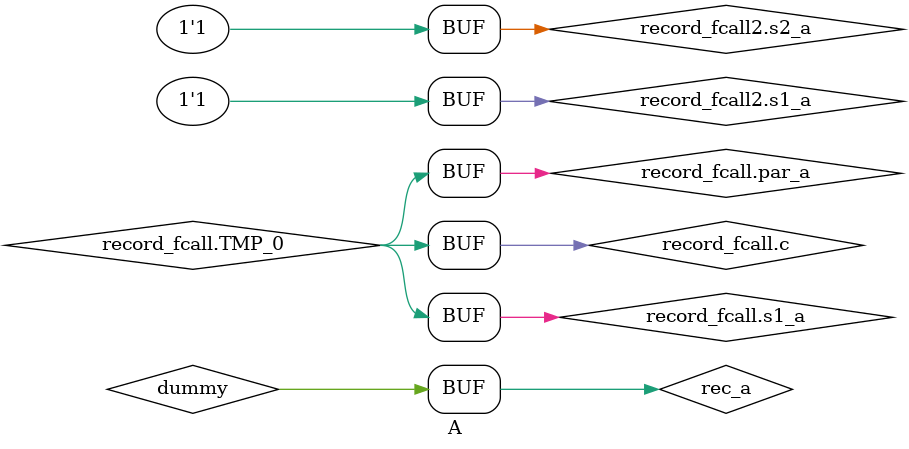
<source format=sv>

module B_top // "b_mod"
(
);


//------------------------------------------------------------------------------
// Child module instances

A a_mod
(

);

endmodule



//==============================================================================
//
// Module: A (test_if_method.cpp:78:5)
//
module A // "b_mod.a_mod"
(
);

// Variables generated for SystemC signals
logic dummy;
logic signed [31:0] t0;

//------------------------------------------------------------------------------
// Method process: record_fcall (test_if_method.cpp:45:5) 

always_comb 
begin : record_fcall     // test_if_method.cpp:45:5
    logic s1_a;
    integer s1_b;
    logic TMP_0;
    logic par_a;
    integer par_b;
    logic c;
    logic s2_a;
    integer s2_b;
    par_a = s1_a; par_b = s1_b;
    // Call f() begin
    TMP_0 = par_a;
    // Call f() end
    c = TMP_0;
    if (c)
    begin
        s2_b = 42;
    end
end

//------------------------------------------------------------------------------
// Method process: record_fcall2 (test_if_method.cpp:57:5) 

// Process-local variables
logic rec_a;

always_comb 
begin : record_fcall2     // test_if_method.cpp:57:5
    logic s1_a;
    integer s1_b;
    logic s2_a;
    integer s2_b;
    integer s1_1;
    t0 = 0;
    rec_a = dummy;
    // Call seta() begin
    s1_a = 1;
    // Call seta() end
    // Call seta() begin
    s2_a = 1;
    // Call seta() end
    if (rec_a)
    begin
        s1_1 = s2_b;
        t0 = s1_1;
    end
end

endmodule



</source>
